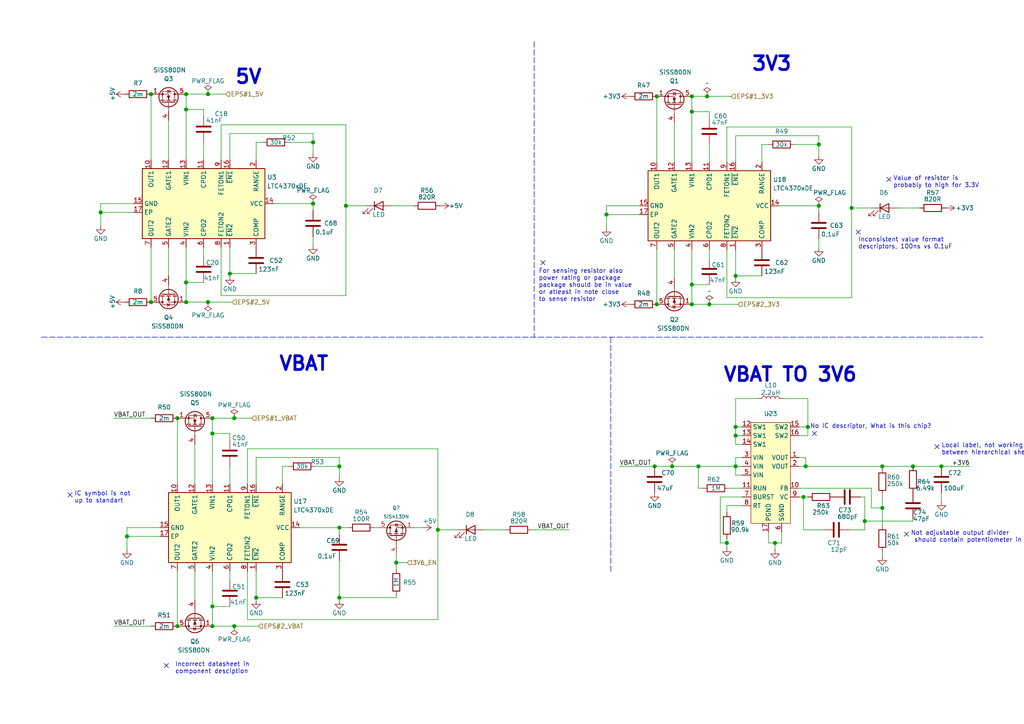
<source format=kicad_sch>
(kicad_sch (version 20210621) (generator eeschema)
  (paper "A4")
  (title_block (title "BUTCube - communication module") (date "2021-11-18") (rev "v0.2") (company "VUT - FIT(STRaDe) & FME(IAE & IPE)") (comment 1 "Author: Štěpán Rydlo"))
  (lib_symbols
    (symbol "Device:C" (pin_numbers hide) (pin_names (offset 0.254))
      (property "Reference" "C" (at 0.635 2.54 0))
      (property "Value" "C" (at 0.635 -2.54 0))
      (symbol "C_0_1"
        (polyline (pts (xy -2.032 -0.762) (xy 2.032 -0.762)) (stroke (width 0.508)))
        (polyline (pts (xy -2.032 0.762) (xy 2.032 0.762)) (stroke (width 0.508)))
      )
      (symbol "C_1_1"
        (pin passive line (at 0 3.81 270) (length 2.794) (name "~") (number "1"))
        (pin passive line (at 0 -3.81 90) (length 2.794) (name "~") (number "2"))
      )
    )
    (symbol "Device:L" (pin_numbers hide) (pin_names (offset 1.016) hide)
      (property "Reference" "L" (at -1.27 0 90))
      (property "Value" "L" (at 1.905 0 90))
      (symbol "L_0_1"
        (arc (start 0 -2.54) (end 0 -1.27) (radius (at 0 -1.905) (length 0.635) (angles -89.9 89.9)))
        (arc (start 0 -1.27) (end 0 0) (radius (at 0 -0.635) (length 0.635) (angles -89.9 89.9)))
        (arc (start 0 0) (end 0 1.27) (radius (at 0 0.635) (length 0.635) (angles -89.9 89.9)))
        (arc (start 0 1.27) (end 0 2.54) (radius (at 0 1.905) (length 0.635) (angles -89.9 89.9)))
      )
      (symbol "L_1_1"
        (pin passive line (at 0 3.81 270) (length 1.27) (name "1") (number "1"))
        (pin passive line (at 0 -3.81 90) (length 1.27) (name "2") (number "2"))
      )
    )
    (symbol "Device:LED" (pin_numbers hide) (pin_names (offset 1.016) hide)
      (property "Reference" "D" (at 0 2.54 0))
      (property "Value" "LED" (at 0 -2.54 0))
      (symbol "LED_0_1"
        (polyline (pts (xy -1.27 -1.27) (xy -1.27 1.27)) (stroke (width 0.254)))
        (polyline (pts (xy -1.27 0) (xy 1.27 0)))
        (polyline (pts (xy 1.27 -1.27) (xy 1.27 1.27) (xy -1.27 0) (xy 1.27 -1.27)) (stroke (width 0.254)))
        (polyline (pts (xy -3.048 -0.762) (xy -4.572 -2.286) (xy -3.81 -2.286) (xy -4.572 -2.286) (xy -4.572 -1.524)))
        (polyline (pts (xy -1.778 -0.762) (xy -3.302 -2.286) (xy -2.54 -2.286) (xy -3.302 -2.286) (xy -3.302 -1.524)))
      )
      (symbol "LED_1_1"
        (pin passive line (at -3.81 0 0) (length 2.54) (name "K") (number "1"))
        (pin passive line (at 3.81 0 180) (length 2.54) (name "A") (number "2"))
      )
    )
    (symbol "Device:R" (pin_numbers hide) (pin_names (offset 0))
      (property "Reference" "R" (at 2.032 0 90))
      (property "Value" "R" (at 0 0 90))
      (symbol "R_0_1"
        (rectangle (start -1.016 -2.54) (end 1.016 2.54) (stroke (width 0.254)))
      )
      (symbol "R_1_1"
        (pin passive line (at 0 3.81 270) (length 1.27) (name "~") (number "1"))
        (pin passive line (at 0 -3.81 90) (length 1.27) (name "~") (number "2"))
      )
    )
    (symbol "Power_Management:LTC4370xDE"
      (property "Reference" "U" (at -8.89 19.05 0))
      (property "Value" "LTC4370xDE" (at 7.62 19.05 0))
      (symbol "LTC4370xDE_0_1"
        (rectangle (start -10.16 17.78) (end 10.16 -17.78) (stroke (width 0.254)) (fill (type background)))
      )
      (symbol "LTC4370xDE_1_1"
        (pin input line (at 12.7 7.62 180) (length 2.54) (name "~{EN2}") (number "1"))
        (pin input line (at -12.7 -15.24 0) (length 2.54) (name "OUT1") (number "10"))
        (pin passive line (at -12.7 0 0) (length 2.54) (name "CPO1") (number "11"))
        (pin output line (at -12.7 -10.16 0) (length 2.54) (name "GATE1") (number "12"))
        (pin power_in line (at -12.7 -5.08 0) (length 2.54) (name "VIN1") (number "13"))
        (pin power_in line (at 0 20.32 270) (length 2.54) (name "VCC") (number "14"))
        (pin power_in line (at 0 -20.32 90) (length 2.54) (name "GND") (number "15"))
        (pin input line (at -12.7 7.62 0) (length 2.54) (name "~{EN1}") (number "16"))
        (pin passive line (at 2.54 -20.32 90) (length 2.54) (name "EP") (number "17"))
        (pin passive line (at -12.7 15.24 0) (length 2.54) (name "RANGE") (number "2"))
        (pin passive line (at 12.7 15.24 180) (length 2.54) (name "COMP") (number "3"))
        (pin power_in line (at 12.7 -5.08 180) (length 2.54) (name "VIN2") (number "4"))
        (pin output line (at 12.7 -10.16 180) (length 2.54) (name "GATE2") (number "5"))
        (pin passive line (at 12.7 0 180) (length 2.54) (name "CPO2") (number "6"))
        (pin input line (at 12.7 -15.24 180) (length 2.54) (name "OUT2") (number "7"))
        (pin open_collector line (at 12.7 5.08 180) (length 2.54) (name "FETON2") (number "8"))
        (pin open_collector line (at -12.7 5.08 0) (length 2.54) (name "FETON1") (number "9"))
      )
    )
    (symbol "TCY_transistors:SiS413DN" (pin_names hide)
      (property "Reference" "Q" (at 8.89 2.54 0))
      (property "Value" "SiS413DN" (at 8.89 0 0))
      (symbol "SiS413DN_0_1"
        (circle (center -0.889 0) (radius 2.794) (stroke (width 0.254)))
        (circle (center 0 -1.778) (radius 0.254) (fill (type outline)))
        (circle (center 0 1.778) (radius 0.254) (fill (type outline)))
        (polyline (pts (xy -2.286 0) (xy -5.08 0)))
        (polyline (pts (xy -2.286 1.905) (xy -2.286 -1.905)) (stroke (width 0.254)))
        (polyline (pts (xy -1.778 -1.27) (xy -1.778 -2.286)) (stroke (width 0.254)))
        (polyline (pts (xy -1.778 0.508) (xy -1.778 -0.508)) (stroke (width 0.254)))
        (polyline (pts (xy -1.778 2.286) (xy -1.778 1.27)) (stroke (width 0.254)))
        (polyline (pts (xy 0 2.54) (xy 0 1.778)))
        (polyline (pts (xy 0 -2.54) (xy 0 0) (xy -1.778 0)))
        (polyline (pts (xy -1.778 1.778) (xy 0.762 1.778) (xy 0.762 -1.778) (xy -1.778 -1.778)))
        (polyline (pts (xy 0.254 -0.508) (xy 0.381 -0.381) (xy 1.143 -0.381) (xy 1.27 -0.254)))
        (polyline (pts (xy 0.762 -0.381) (xy 0.381 0.254) (xy 1.143 0.254) (xy 0.762 -0.381)))
        (polyline (pts (xy -0.254 0) (xy -1.27 0.381) (xy -1.27 -0.381) (xy -0.254 0)) (fill (type outline)))
      )
      (symbol "SiS413DN_1_1"
        (pin passive line (at 0 -5.08 90) (length 2.54) (name "S") (number "1"))
        (pin passive line (at 0 -5.08 90) (length 2.54) hide (name "S") (number "2"))
        (pin passive line (at 0 -5.08 90) (length 2.54) hide (name "S") (number "3"))
        (pin passive line (at -7.62 0 0) (length 2.54) (name "G") (number "4"))
        (pin passive line (at 0 5.08 270) (length 2.54) (name "D") (number "5"))
      )
    )
    (symbol "Transistor_FET:SiS454DN" (pin_names hide)
      (property "Reference" "Q" (at 5.08 1.905 0))
      (property "Value" "SiS454DN" (at 5.08 0 0))
      (symbol "SiS454DN_0_1"
        (circle (center 1.651 0) (radius 2.794) (stroke (width 0.254)))
        (circle (center 2.54 -1.778) (radius 0.254) (fill (type outline)))
        (circle (center 2.54 1.778) (radius 0.254) (fill (type outline)))
        (polyline (pts (xy 0.254 0) (xy -2.54 0)))
        (polyline (pts (xy 0.254 1.905) (xy 0.254 -1.905)) (stroke (width 0.254)))
        (polyline (pts (xy 0.762 -1.27) (xy 0.762 -2.286)) (stroke (width 0.254)))
        (polyline (pts (xy 0.762 0.508) (xy 0.762 -0.508)) (stroke (width 0.254)))
        (polyline (pts (xy 0.762 2.286) (xy 0.762 1.27)) (stroke (width 0.254)))
        (polyline (pts (xy 2.54 2.54) (xy 2.54 1.778)))
        (polyline (pts (xy 2.54 -2.54) (xy 2.54 0) (xy 0.762 0)))
        (polyline (pts (xy 0.762 -1.778) (xy 3.302 -1.778) (xy 3.302 1.778) (xy 0.762 1.778)))
        (polyline (pts (xy 2.794 0.508) (xy 2.921 0.381) (xy 3.683 0.381) (xy 3.81 0.254)))
        (polyline (pts (xy 3.302 0.381) (xy 2.921 -0.254) (xy 3.683 -0.254) (xy 3.302 0.381)))
        (polyline (pts (xy 1.016 0) (xy 2.032 0.381) (xy 2.032 -0.381) (xy 1.016 0)) (fill (type outline)))
      )
      (symbol "SiS454DN_1_1"
        (pin passive line (at 2.54 -5.08 90) (length 2.54) (name "S") (number "1"))
        (pin passive line (at 2.54 -5.08 90) (length 2.54) hide (name "S") (number "2"))
        (pin passive line (at 2.54 -5.08 90) (length 2.54) hide (name "S") (number "3"))
        (pin input line (at -5.08 0 0) (length 2.54) (name "G") (number "4"))
        (pin passive line (at 2.54 5.08 270) (length 2.54) (name "D") (number "5"))
      )
    )
    (symbol "comm:LTC3113"
      (property "Reference" "U" (at 0 17.78 0))
      (property "Value" "LTC3113" (at 0 15.24 0))
      (symbol "LTC3113_0_1"
        (rectangle (start 6.35 -16.51) (end -5.08 12.7) (stroke (width 0.1524)) (fill (type background)))
      )
      (symbol "LTC3113_1_1"
        (pin power_out line (at 8.89 2.54 180) (length 2.54) (name "VOUT") (number "1"))
        (pin input line (at 8.89 -6.35 180) (length 2.54) (name "FB") (number "10"))
        (pin input line (at -7.62 -6.35 0) (length 2.54) (name "RUN") (number "11"))
        (pin input line (at -7.62 11.43 0) (length 2.54) (name "SW1") (number "12"))
        (pin input line (at -7.62 8.89 0) (length 2.54) (name "SW1") (number "13"))
        (pin input line (at -7.62 6.35 0) (length 2.54) (name "SW1") (number "14"))
        (pin input line (at 8.89 11.43 180) (length 2.54) (name "SW2") (number "15"))
        (pin input line (at 8.89 8.89 180) (length 2.54) (name "SW2") (number "16"))
        (pin power_out line (at 0 -19.05 90) (length 2.54) (name "PGND") (number "17"))
        (pin power_out line (at 8.89 0 180) (length 2.54) (name "VOUT") (number "2"))
        (pin power_in line (at -7.62 2.54 0) (length 2.54) (name "VIN") (number "3"))
        (pin power_in line (at -7.62 0 0) (length 2.54) (name "VIN") (number "4"))
        (pin power_in line (at -7.62 -2.54 0) (length 2.54) (name "VIN") (number "5"))
        (pin power_out line (at 3.81 -19.05 90) (length 2.54) (name "SGND") (number "6"))
        (pin input line (at -7.62 -8.89 0) (length 2.54) (name "BURST") (number "7"))
        (pin input line (at -7.62 -11.43 0) (length 2.54) (name "RT") (number "8"))
        (pin input line (at 8.89 -8.89 180) (length 2.54) (name "VC") (number "9"))
      )
    )
    (symbol "power:+3V3" (power) (pin_names (offset 0))
      (property "Value" "+3V3" (at 0 3.556 0))
      (symbol "+3V3_0_1"
        (polyline (pts (xy -0.762 1.27) (xy 0 2.54)))
        (polyline (pts (xy 0 0) (xy 0 2.54)))
        (polyline (pts (xy 0 2.54) (xy 0.762 1.27)))
      )
      (symbol "+3V3_1_1"
        (pin power_in line (at 0 0 90) (length 0) hide (name "+3V3") (number "1"))
      )
    )
    (symbol "power:+5V" (power) (pin_names (offset 0))
      (property "Value" "+5V" (at 0 3.556 0))
      (symbol "+5V_0_1"
        (polyline (pts (xy -0.762 1.27) (xy 0 2.54)))
        (polyline (pts (xy 0 0) (xy 0 2.54)))
        (polyline (pts (xy 0 2.54) (xy 0.762 1.27)))
      )
      (symbol "+5V_1_1"
        (pin power_in line (at 0 0 90) (length 0) hide (name "+5V") (number "1"))
      )
    )
    (symbol "power:GND" (power) (pin_names (offset 0))
      (property "Value" "GND" (at 0 -3.81 0))
      (symbol "GND_0_1"
        (polyline (pts (xy 0 0) (xy 0 -1.27) (xy 1.27 -1.27) (xy 0 -2.54) (xy -1.27 -1.27) (xy 0 -1.27)))
      )
      (symbol "GND_1_1"
        (pin power_in line (at 0 0 270) (length 0) hide (name "GND") (number "1"))
      )
    )
    (symbol "power:PWR_FLAG" (power) (pin_numbers hide) (pin_names (offset 0) hide)
      (property "Value" "PWR_FLAG" (at 0 3.81 0))
      (symbol "PWR_FLAG_0_0"
        (pin power_out line (at 0 0 90) (length 0) (name "pwr") (number "1"))
      )
      (symbol "PWR_FLAG_0_1"
        (polyline (pts (xy 0 0) (xy 0 1.27) (xy -1.016 1.905) (xy 0 2.54) (xy 1.016 1.905) (xy 0 1.27)))
      )
    )
  )
  (junction (at 29.21 61.595) (diameter 1.016))
  (junction (at 36.83 155.575) (diameter 1.016))
  (junction (at 43.815 27.305) (diameter 1.016))
  (junction (at 43.815 87.63) (diameter 1.016))
  (junction (at 51.435 121.285) (diameter 1.016))
  (junction (at 51.435 181.61) (diameter 1.016))
  (junction (at 53.975 27.305) (diameter 1.016))
  (junction (at 53.975 31.75) (diameter 1.016))
  (junction (at 53.975 81.915) (diameter 1.016))
  (junction (at 53.975 87.63) (diameter 1.016))
  (junction (at 60.325 27.305) (diameter 1.016))
  (junction (at 60.325 87.63) (diameter 1.016))
  (junction (at 61.595 121.285) (diameter 1.016))
  (junction (at 61.595 125.73) (diameter 1.016))
  (junction (at 61.595 175.895) (diameter 1.016))
  (junction (at 61.595 181.61) (diameter 1.016))
  (junction (at 66.675 79.375) (diameter 1.016))
  (junction (at 67.945 121.285) (diameter 1.016))
  (junction (at 67.945 181.61) (diameter 1.016))
  (junction (at 74.295 173.355) (diameter 1.016))
  (junction (at 90.805 41.275) (diameter 1.016))
  (junction (at 90.805 59.055) (diameter 1.016))
  (junction (at 98.425 135.255) (diameter 1.016))
  (junction (at 98.425 153.035) (diameter 1.016))
  (junction (at 98.425 173.355) (diameter 1.016))
  (junction (at 100.33 59.69) (diameter 1.016))
  (junction (at 114.935 163.195) (diameter 1.016))
  (junction (at 127 153.67) (diameter 1.016))
  (junction (at 175.895 62.23) (diameter 1.016))
  (junction (at 189.865 135.255) (diameter 1.016))
  (junction (at 190.5 27.94) (diameter 1.016))
  (junction (at 190.5 88.265) (diameter 1.016))
  (junction (at 194.945 135.255) (diameter 1.016))
  (junction (at 200.66 27.94) (diameter 1.016))
  (junction (at 200.66 32.385) (diameter 1.016))
  (junction (at 200.66 82.55) (diameter 1.016))
  (junction (at 200.66 88.265) (diameter 1.016))
  (junction (at 202.565 135.255) (diameter 1.016))
  (junction (at 205.105 27.94) (diameter 1.016))
  (junction (at 205.74 88.265) (diameter 1.016))
  (junction (at 210.82 157.48) (diameter 1.016))
  (junction (at 213.36 80.01) (diameter 1.016))
  (junction (at 213.36 123.825) (diameter 1.016))
  (junction (at 213.36 126.365) (diameter 1.016))
  (junction (at 213.36 135.255) (diameter 1.016))
  (junction (at 224.79 157.48) (diameter 1.016))
  (junction (at 233.045 144.145) (diameter 1.016))
  (junction (at 233.68 135.255) (diameter 1.016))
  (junction (at 234.315 123.825) (diameter 1.016))
  (junction (at 237.49 41.91) (diameter 1.016))
  (junction (at 237.49 59.69) (diameter 1.016))
  (junction (at 247.015 60.325) (diameter 1.016))
  (junction (at 250.825 151.13) (diameter 1.016))
  (junction (at 255.905 135.255) (diameter 1.016))
  (junction (at 255.905 147.32) (diameter 1.016))
  (junction (at 264.795 135.255) (diameter 1.016))
  (junction (at 273.05 135.255) (diameter 1.016))
  (no_connect (at 20.32 143.51))
  (no_connect (at 48.26 193.04))
  (no_connect (at 157.48 76.2))
  (no_connect (at 236.22 125.73))
  (no_connect (at 248.92 67.31))
  (no_connect (at 257.81 52.07))
  (no_connect (at 262.89 154.94))
  (no_connect (at 271.78 129.54))
  (wire (pts (xy 29.21 59.055) (xy 29.21 61.595)))
  (wire (pts (xy 29.21 61.595) (xy 29.21 65.405)))
  (wire (pts (xy 33.02 121.285) (xy 43.815 121.285)))
  (wire (pts (xy 33.02 181.61) (xy 43.815 181.61)))
  (wire (pts (xy 36.83 153.035) (xy 36.83 155.575)))
  (wire (pts (xy 36.83 155.575) (xy 36.83 159.385)))
  (wire (pts (xy 38.735 59.055) (xy 29.21 59.055)))
  (wire (pts (xy 38.735 61.595) (xy 29.21 61.595)))
  (wire (pts (xy 43.815 27.305) (xy 43.815 46.355)))
  (wire (pts (xy 43.815 71.755) (xy 43.815 87.63)))
  (wire (pts (xy 46.355 153.035) (xy 36.83 153.035)))
  (wire (pts (xy 46.355 155.575) (xy 36.83 155.575)))
  (wire (pts (xy 48.895 34.925) (xy 48.895 46.355)))
  (wire (pts (xy 48.895 71.755) (xy 48.895 80.01)))
  (wire (pts (xy 51.435 121.285) (xy 51.435 140.335)))
  (wire (pts (xy 51.435 165.735) (xy 51.435 181.61)))
  (wire (pts (xy 53.975 27.305) (xy 53.975 31.75)))
  (wire (pts (xy 53.975 27.305) (xy 60.325 27.305)))
  (wire (pts (xy 53.975 31.75) (xy 53.975 46.355)))
  (wire (pts (xy 53.975 71.755) (xy 53.975 81.915)))
  (wire (pts (xy 53.975 81.915) (xy 53.975 87.63)))
  (wire (pts (xy 53.975 81.915) (xy 59.055 81.915)))
  (wire (pts (xy 53.975 87.63) (xy 60.325 87.63)))
  (wire (pts (xy 56.515 128.905) (xy 56.515 140.335)))
  (wire (pts (xy 56.515 165.735) (xy 56.515 173.99)))
  (wire (pts (xy 59.055 31.75) (xy 53.975 31.75)))
  (wire (pts (xy 59.055 33.655) (xy 59.055 31.75)))
  (wire (pts (xy 59.055 41.275) (xy 59.055 46.355)))
  (wire (pts (xy 59.055 71.755) (xy 59.055 74.295)))
  (wire (pts (xy 60.325 27.305) (xy 65.405 27.305)))
  (wire (pts (xy 60.325 87.63) (xy 67.31 87.63)))
  (wire (pts (xy 61.595 121.285) (xy 61.595 125.73)))
  (wire (pts (xy 61.595 121.285) (xy 67.945 121.285)))
  (wire (pts (xy 61.595 125.73) (xy 61.595 140.335)))
  (wire (pts (xy 61.595 165.735) (xy 61.595 175.895)))
  (wire (pts (xy 61.595 175.895) (xy 61.595 181.61)))
  (wire (pts (xy 61.595 175.895) (xy 66.675 175.895)))
  (wire (pts (xy 61.595 181.61) (xy 67.945 181.61)))
  (wire (pts (xy 64.135 36.195) (xy 64.135 46.355)))
  (wire (pts (xy 64.135 36.195) (xy 100.33 36.195)))
  (wire (pts (xy 64.135 71.755) (xy 64.135 85.725)))
  (wire (pts (xy 64.135 85.725) (xy 100.33 85.725)))
  (wire (pts (xy 66.675 38.735) (xy 66.675 46.355)))
  (wire (pts (xy 66.675 38.735) (xy 90.805 38.735)))
  (wire (pts (xy 66.675 71.755) (xy 66.675 79.375)))
  (wire (pts (xy 66.675 79.375) (xy 66.675 80.01)))
  (wire (pts (xy 66.675 125.73) (xy 61.595 125.73)))
  (wire (pts (xy 66.675 127.635) (xy 66.675 125.73)))
  (wire (pts (xy 66.675 135.255) (xy 66.675 140.335)))
  (wire (pts (xy 66.675 165.735) (xy 66.675 168.275)))
  (wire (pts (xy 67.945 121.285) (xy 73.025 121.285)))
  (wire (pts (xy 67.945 181.61) (xy 74.93 181.61)))
  (wire (pts (xy 71.755 130.175) (xy 71.755 140.335)))
  (wire (pts (xy 71.755 130.175) (xy 127 130.175)))
  (wire (pts (xy 71.755 165.735) (xy 71.755 179.705)))
  (wire (pts (xy 71.755 179.705) (xy 127 179.705)))
  (wire (pts (xy 74.295 41.275) (xy 76.2 41.275)))
  (wire (pts (xy 74.295 46.355) (xy 74.295 41.275)))
  (wire (pts (xy 74.295 79.375) (xy 66.675 79.375)))
  (wire (pts (xy 74.295 132.715) (xy 74.295 140.335)))
  (wire (pts (xy 74.295 132.715) (xy 98.425 132.715)))
  (wire (pts (xy 74.295 165.735) (xy 74.295 173.355)))
  (wire (pts (xy 74.295 173.355) (xy 74.295 173.99)))
  (wire (pts (xy 79.375 59.055) (xy 90.805 59.055)))
  (wire (pts (xy 81.915 135.255) (xy 83.82 135.255)))
  (wire (pts (xy 81.915 140.335) (xy 81.915 135.255)))
  (wire (pts (xy 81.915 173.355) (xy 74.295 173.355)))
  (wire (pts (xy 83.82 41.275) (xy 90.805 41.275)))
  (wire (pts (xy 86.995 153.035) (xy 98.425 153.035)))
  (wire (pts (xy 90.805 38.735) (xy 90.805 41.275)))
  (wire (pts (xy 90.805 41.275) (xy 90.805 44.45)))
  (wire (pts (xy 90.805 59.055) (xy 90.805 60.96)))
  (wire (pts (xy 90.805 68.58) (xy 90.805 71.12)))
  (wire (pts (xy 91.44 135.255) (xy 98.425 135.255)))
  (wire (pts (xy 98.425 132.715) (xy 98.425 135.255)))
  (wire (pts (xy 98.425 135.255) (xy 98.425 138.43)))
  (wire (pts (xy 98.425 153.035) (xy 98.425 154.94)))
  (wire (pts (xy 98.425 153.035) (xy 100.965 153.035)))
  (wire (pts (xy 98.425 162.56) (xy 98.425 173.355)))
  (wire (pts (xy 98.425 173.355) (xy 98.425 173.99)))
  (wire (pts (xy 98.425 173.355) (xy 114.935 173.355)))
  (wire (pts (xy 100.33 36.195) (xy 100.33 59.69)))
  (wire (pts (xy 100.33 59.69) (xy 100.33 85.725)))
  (wire (pts (xy 106.045 59.69) (xy 100.33 59.69)))
  (wire (pts (xy 108.585 153.035) (xy 109.855 153.035)))
  (wire (pts (xy 113.665 59.69) (xy 120.015 59.69)))
  (wire (pts (xy 114.935 160.655) (xy 114.935 163.195)))
  (wire (pts (xy 114.935 163.195) (xy 114.935 165.1)))
  (wire (pts (xy 114.935 163.195) (xy 118.11 163.195)))
  (wire (pts (xy 114.935 172.72) (xy 114.935 173.355)))
  (wire (pts (xy 120.015 153.035) (xy 122.555 153.035)))
  (wire (pts (xy 127 130.175) (xy 127 153.67)))
  (wire (pts (xy 127 179.705) (xy 127 153.67)))
  (wire (pts (xy 132.715 153.67) (xy 127 153.67)))
  (wire (pts (xy 140.335 153.67) (xy 146.685 153.67)))
  (wire (pts (xy 165.1 153.67) (xy 154.305 153.67)))
  (wire (pts (xy 175.895 59.69) (xy 175.895 62.23)))
  (wire (pts (xy 175.895 62.23) (xy 175.895 66.04)))
  (wire (pts (xy 179.705 135.255) (xy 189.865 135.255)))
  (wire (pts (xy 185.42 59.69) (xy 175.895 59.69)))
  (wire (pts (xy 185.42 62.23) (xy 175.895 62.23)))
  (wire (pts (xy 189.865 135.255) (xy 194.945 135.255)))
  (wire (pts (xy 190.5 27.94) (xy 190.5 46.99)))
  (wire (pts (xy 190.5 72.39) (xy 190.5 88.265)))
  (wire (pts (xy 194.945 135.255) (xy 202.565 135.255)))
  (wire (pts (xy 195.58 35.56) (xy 195.58 46.99)))
  (wire (pts (xy 195.58 72.39) (xy 195.58 80.645)))
  (wire (pts (xy 200.66 27.94) (xy 200.66 32.385)))
  (wire (pts (xy 200.66 27.94) (xy 205.105 27.94)))
  (wire (pts (xy 200.66 32.385) (xy 200.66 46.99)))
  (wire (pts (xy 200.66 72.39) (xy 200.66 82.55)))
  (wire (pts (xy 200.66 82.55) (xy 200.66 88.265)))
  (wire (pts (xy 200.66 82.55) (xy 205.74 82.55)))
  (wire (pts (xy 200.66 88.265) (xy 205.74 88.265)))
  (wire (pts (xy 202.565 135.255) (xy 202.565 141.605)))
  (wire (pts (xy 202.565 135.255) (xy 213.36 135.255)))
  (wire (pts (xy 203.835 141.605) (xy 202.565 141.605)))
  (wire (pts (xy 205.105 27.94) (xy 212.09 27.94)))
  (wire (pts (xy 205.74 32.385) (xy 200.66 32.385)))
  (wire (pts (xy 205.74 34.29) (xy 205.74 32.385)))
  (wire (pts (xy 205.74 41.91) (xy 205.74 46.99)))
  (wire (pts (xy 205.74 72.39) (xy 205.74 74.93)))
  (wire (pts (xy 205.74 88.265) (xy 213.995 88.265)))
  (wire (pts (xy 208.915 144.145) (xy 208.915 157.48)))
  (wire (pts (xy 208.915 157.48) (xy 210.82 157.48)))
  (wire (pts (xy 210.82 36.83) (xy 210.82 46.99)))
  (wire (pts (xy 210.82 36.83) (xy 247.015 36.83)))
  (wire (pts (xy 210.82 72.39) (xy 210.82 86.36)))
  (wire (pts (xy 210.82 86.36) (xy 247.015 86.36)))
  (wire (pts (xy 210.82 146.685) (xy 215.265 146.685)))
  (wire (pts (xy 210.82 148.59) (xy 210.82 146.685)))
  (wire (pts (xy 210.82 156.21) (xy 210.82 157.48)))
  (wire (pts (xy 210.82 157.48) (xy 210.82 158.75)))
  (wire (pts (xy 211.455 141.605) (xy 215.265 141.605)))
  (wire (pts (xy 213.36 39.37) (xy 213.36 46.99)))
  (wire (pts (xy 213.36 39.37) (xy 237.49 39.37)))
  (wire (pts (xy 213.36 72.39) (xy 213.36 80.01)))
  (wire (pts (xy 213.36 80.01) (xy 213.36 80.645)))
  (wire (pts (xy 213.36 115.57) (xy 219.71 115.57)))
  (wire (pts (xy 213.36 123.825) (xy 213.36 115.57)))
  (wire (pts (xy 213.36 123.825) (xy 213.36 126.365)))
  (wire (pts (xy 213.36 126.365) (xy 213.36 128.905)))
  (wire (pts (xy 213.36 126.365) (xy 215.265 126.365)))
  (wire (pts (xy 213.36 132.715) (xy 213.36 135.255)))
  (wire (pts (xy 213.36 135.255) (xy 215.265 135.255)))
  (wire (pts (xy 213.36 137.795) (xy 213.36 135.255)))
  (wire (pts (xy 215.265 123.825) (xy 213.36 123.825)))
  (wire (pts (xy 215.265 128.905) (xy 213.36 128.905)))
  (wire (pts (xy 215.265 132.715) (xy 213.36 132.715)))
  (wire (pts (xy 215.265 137.795) (xy 213.36 137.795)))
  (wire (pts (xy 215.265 144.145) (xy 208.915 144.145)))
  (wire (pts (xy 220.98 41.91) (xy 222.885 41.91)))
  (wire (pts (xy 220.98 46.99) (xy 220.98 41.91)))
  (wire (pts (xy 220.98 80.01) (xy 213.36 80.01)))
  (wire (pts (xy 222.885 154.305) (xy 222.885 157.48)))
  (wire (pts (xy 222.885 157.48) (xy 224.79 157.48)))
  (wire (pts (xy 224.79 157.48) (xy 224.79 159.385)))
  (wire (pts (xy 224.79 157.48) (xy 226.695 157.48)))
  (wire (pts (xy 226.06 59.69) (xy 237.49 59.69)))
  (wire (pts (xy 226.695 154.305) (xy 226.695 157.48)))
  (wire (pts (xy 230.505 41.91) (xy 237.49 41.91)))
  (wire (pts (xy 231.775 123.825) (xy 234.315 123.825)))
  (wire (pts (xy 231.775 126.365) (xy 234.315 126.365)))
  (wire (pts (xy 231.775 132.715) (xy 233.68 132.715)))
  (wire (pts (xy 231.775 135.255) (xy 233.68 135.255)))
  (wire (pts (xy 231.775 141.605) (xy 252.73 141.605)))
  (wire (pts (xy 231.775 144.145) (xy 233.045 144.145)))
  (wire (pts (xy 233.045 144.145) (xy 233.045 153.67)))
  (wire (pts (xy 233.045 144.145) (xy 234.315 144.145)))
  (wire (pts (xy 233.68 132.715) (xy 233.68 135.255)))
  (wire (pts (xy 233.68 135.255) (xy 255.905 135.255)))
  (wire (pts (xy 234.315 115.57) (xy 227.33 115.57)))
  (wire (pts (xy 234.315 123.825) (xy 234.315 115.57)))
  (wire (pts (xy 234.315 126.365) (xy 234.315 123.825)))
  (wire (pts (xy 237.49 39.37) (xy 237.49 41.91)))
  (wire (pts (xy 237.49 41.91) (xy 237.49 45.085)))
  (wire (pts (xy 237.49 59.69) (xy 237.49 61.595)))
  (wire (pts (xy 237.49 69.215) (xy 237.49 71.755)))
  (wire (pts (xy 238.76 153.67) (xy 233.045 153.67)))
  (wire (pts (xy 246.38 153.67) (xy 250.825 153.67)))
  (wire (pts (xy 247.015 36.83) (xy 247.015 60.325)))
  (wire (pts (xy 247.015 60.325) (xy 247.015 86.36)))
  (wire (pts (xy 249.555 144.145) (xy 250.825 144.145)))
  (wire (pts (xy 250.825 144.145) (xy 250.825 151.13)))
  (wire (pts (xy 250.825 151.13) (xy 250.825 153.67)))
  (wire (pts (xy 250.825 151.13) (xy 264.795 151.13)))
  (wire (pts (xy 252.73 60.325) (xy 247.015 60.325)))
  (wire (pts (xy 252.73 141.605) (xy 252.73 147.32)))
  (wire (pts (xy 252.73 147.32) (xy 255.905 147.32)))
  (wire (pts (xy 255.905 135.255) (xy 255.905 135.89)))
  (wire (pts (xy 255.905 135.255) (xy 264.795 135.255)))
  (wire (pts (xy 255.905 143.51) (xy 255.905 147.32)))
  (wire (pts (xy 255.905 147.32) (xy 255.905 152.4)))
  (wire (pts (xy 255.905 160.02) (xy 255.905 161.29)))
  (wire (pts (xy 260.35 60.325) (xy 266.7 60.325)))
  (wire (pts (xy 264.795 135.255) (xy 273.05 135.255)))
  (wire (pts (xy 264.795 151.13) (xy 264.795 150.495)))
  (wire (pts (xy 273.05 135.255) (xy 281.305 135.255)))
  (wire (pts (xy 273.05 142.875) (xy 273.05 145.415)))
  (polyline (pts (xy 12.065 97.79) (xy 285.115 97.79)) (stroke (width 0) (type dash)))
  (polyline (pts (xy 154.94 12.065) (xy 154.94 97.79)) (stroke (width 0) (type dash)))
  (polyline (pts (xy 177.165 97.79) (xy 177.165 165.735)) (stroke (width 0) (type dash)))
  (text "IC symbol is not\nup to standart" (at 21.59 146.05 0) (effects (font (size 1.27 1.27)) (justify left bottom)))
  (text "Incorrect datasheet in\ncomponent desciption" (at 50.8 195.58 0) (effects (font (size 1.27 1.27)) (justify left bottom)))
  (text "5V" (at 67.945 24.765 0) (effects (font (size 4 4) (thickness 0.8) bold) (justify left bottom)))
  (text "VBAT" (at 80.645 107.95 0) (effects (font (size 4 4) (thickness 0.8) bold) (justify left bottom)))
  (text "For sensing resistor also\npower rating or package\npackage should be in value\nor atleast in note close\nto sense resistor" (at 156.21 87.63 0) (effects (font (size 1.27 1.27)) (justify left bottom)))
  (text "VBAT TO 3V6" (at 209.55 111.125 0) (effects (font (size 4 4) (thickness 0.8) bold) (justify left bottom)))
  (text "3V3\n" (at 217.805 20.955 0) (effects (font (size 4 4) (thickness 0.8) bold) (justify left bottom)))
  (text "No IC descriptor, What is this chip?" (at 234.95 124.46 0) (effects (font (size 1.27 1.27)) (justify left bottom)))
  (text "Inconsistent value format\ndescriptors, 100ns vs 0.1uF" (at 248.92 72.39 0) (effects (font (size 1.27 1.27)) (justify left bottom)))
  (text "Value of resistor is\nprobably to high for 3.3V" (at 259.08 54.61 0) (effects (font (size 1.27 1.27)) (justify left bottom)))
  (text "Not adjustable output divider\n should contain potentiometer in series" (at 264.16 157.48 0) (effects (font (size 1.27 1.27)) (justify left bottom)))
  (text "Local label, not working\nbetween hierarchical sheet" (at 273.05 132.08 0) (effects (font (size 1.27 1.27)) (justify left bottom)))
  (label "VBAT_OUT" (at 33.02 121.285 0))
  (label "VBAT_OUT" (at 33.02 181.61 0))
  (label "VBAT_OUT" (at 165.1 153.67 180))
  (label "VBAT_OUT" (at 179.705 135.255 0))
  (label "+3V6" (at 281.305 135.255 180))
  (hierarchical_label "EPS#1_5V" (shape input) (at 65.405 27.305 0))
  (hierarchical_label "EPS#2_5V" (shape input) (at 67.31 87.63 0))
  (hierarchical_label "EPS#1_VBAT" (shape input) (at 73.025 121.285 0))
  (hierarchical_label "EPS#2_VBAT" (shape input) (at 74.93 181.61 0))
  (hierarchical_label "3V6_EN" (shape input) (at 118.11 163.195 0))
  (hierarchical_label "EPS#1_3V3" (shape input) (at 212.09 27.94 0))
  (hierarchical_label "EPS#2_3V3" (shape input) (at 213.995 88.265 0))
  (symbol (lib_id "power:+5V") (at 36.195 27.305 90) (unit 1)
    (property "Reference" "#PWR05" (effects hide))
    (property "Value" "+5V" (at 32.639 27.305 0))
  )
  (symbol (lib_id "power:+5V") (at 36.195 87.63 90) (unit 1)
    (property "Reference" "#PWR06" (effects hide))
    (property "Value" "+5V" (at 32.639 87.63 0))
  )
  (symbol (lib_id "power:+5V") (at 122.555 153.035 270) (unit 1)
    (property "Reference" "#PWR014" (effects hide))
    (property "Value" "+5V" (at 122.555 151.1299 90) (effects (justify left)))
  )
  (symbol (lib_id "power:+5V") (at 127.635 59.69 270) (unit 1)
    (property "Reference" "#PWR015" (effects hide))
    (property "Value" "+5V" (at 130.175 59.6899 90) (effects (justify left)))
  )
  (symbol (lib_id "power:+3V3") (at 182.88 27.94 90) (unit 1)
    (property "Reference" "#PWR0159" (effects hide))
    (property "Value" "+3V3" (at 177.419 27.94 90))
  )
  (symbol (lib_id "power:+3V3") (at 182.88 88.265 90) (unit 1)
    (property "Reference" "#PWR0160" (effects hide))
    (property "Value" "+3V3" (at 177.419 88.265 90))
  )
  (symbol (lib_id "power:+3V3") (at 274.32 60.325 270) (unit 1)
    (property "Reference" "#PWR0164" (effects hide))
    (property "Value" "+3V3" (at 279.781 60.325 90))
  )
  (symbol (lib_id "power:PWR_FLAG") (at 60.325 27.305 0) (unit 1)
    (property "Reference" "#FLG02" (effects hide))
    (property "Value" "PWR_FLAG" (at 60.325 23.495 0))
  )
  (symbol (lib_id "power:PWR_FLAG") (at 60.325 87.63 180) (unit 1)
    (property "Reference" "#FLG03" (effects hide))
    (property "Value" "PWR_FLAG" (at 60.325 91.44 0))
  )
  (symbol (lib_id "power:PWR_FLAG") (at 67.945 121.285 0) (unit 1)
    (property "Reference" "#FLG04" (effects hide))
    (property "Value" "PWR_FLAG" (at 67.945 117.475 0))
  )
  (symbol (lib_id "power:PWR_FLAG") (at 67.945 181.61 180) (unit 1)
    (property "Reference" "#FLG05" (effects hide))
    (property "Value" "PWR_FLAG" (at 67.945 185.42 0))
  )
  (symbol (lib_id "power:PWR_FLAG") (at 90.805 59.055 0) (unit 1)
    (property "Reference" "#FLG06" (effects hide))
    (property "Value" "PWR_FLAG" (at 90.805 55.245 0))
  )
  (symbol (lib_id "power:PWR_FLAG") (at 194.945 135.255 0) (unit 1)
    (property "Reference" "#FLG0104" (effects hide))
    (property "Value" "PWR_FLAG" (at 194.945 131.445 0))
  )
  (symbol (lib_id "power:PWR_FLAG") (at 205.105 27.94 0) (unit 1)
    (property "Reference" "#FLG0105" (effects hide))
    (property "Value" "~" (at 205.105 24.13 0))
  )
  (symbol (lib_id "power:PWR_FLAG") (at 205.74 88.265 0) (unit 1)
    (property "Reference" "#FLG0106" (effects hide))
    (property "Value" "~" (at 205.74 84.455 0))
  )
  (symbol (lib_id "power:PWR_FLAG") (at 237.49 59.69 0) (unit 1)
    (property "Reference" "#FLG0107" (effects hide))
    (property "Value" "PWR_FLAG" (at 240.665 55.88 0))
  )
  (symbol (lib_id "power:GND") (at 29.21 65.405 0) (unit 1)
    (property "Reference" "#PWR04" (effects hide))
    (property "Value" "GND" (at 29.21 69.215 0))
  )
  (symbol (lib_id "power:GND") (at 36.83 159.385 0) (unit 1)
    (property "Reference" "#PWR07" (effects hide))
    (property "Value" "GND" (at 36.83 163.195 0))
  )
  (symbol (lib_id "power:GND") (at 66.675 80.01 0) (unit 1)
    (property "Reference" "#PWR08" (effects hide))
    (property "Value" "GND" (at 66.675 83.82 0))
  )
  (symbol (lib_id "power:GND") (at 74.295 173.99 0) (unit 1)
    (property "Reference" "#PWR09" (effects hide))
    (property "Value" "GND" (at 74.295 177.8 0))
  )
  (symbol (lib_id "power:GND") (at 90.805 44.45 0) (unit 1)
    (property "Reference" "#PWR010" (effects hide))
    (property "Value" "GND" (at 90.805 48.26 0))
  )
  (symbol (lib_id "power:GND") (at 90.805 71.12 0) (unit 1)
    (property "Reference" "#PWR011" (effects hide))
    (property "Value" "GND" (at 90.805 74.93 0))
  )
  (symbol (lib_id "power:GND") (at 98.425 138.43 0) (unit 1)
    (property "Reference" "#PWR012" (effects hide))
    (property "Value" "GND" (at 98.425 142.24 0))
  )
  (symbol (lib_id "power:GND") (at 98.425 173.99 0) (unit 1)
    (property "Reference" "#PWR013" (effects hide))
    (property "Value" "GND" (at 98.425 177.8 0))
  )
  (symbol (lib_id "power:GND") (at 175.895 66.04 0) (unit 1)
    (property "Reference" "#PWR0140" (effects hide))
    (property "Value" "GND" (at 175.895 69.85 0))
  )
  (symbol (lib_id "power:GND") (at 189.865 142.875 0) (unit 1)
    (property "Reference" "#PWR016" (effects hide))
    (property "Value" "GND" (at 189.865 146.685 0))
  )
  (symbol (lib_id "power:GND") (at 210.82 158.75 0) (unit 1)
    (property "Reference" "#PWR017" (effects hide))
    (property "Value" "GND" (at 210.82 162.56 0))
  )
  (symbol (lib_id "power:GND") (at 213.36 80.645 0) (unit 1)
    (property "Reference" "#PWR0163" (effects hide))
    (property "Value" "GND" (at 213.36 84.455 0))
  )
  (symbol (lib_id "power:GND") (at 224.79 159.385 0) (unit 1)
    (property "Reference" "#PWR018" (effects hide))
    (property "Value" "GND" (at 224.79 163.195 0))
  )
  (symbol (lib_id "power:GND") (at 237.49 45.085 0) (unit 1)
    (property "Reference" "#PWR0162" (effects hide))
    (property "Value" "GND" (at 237.49 48.895 0))
  )
  (symbol (lib_id "power:GND") (at 237.49 71.755 0) (unit 1)
    (property "Reference" "#PWR0161" (effects hide))
    (property "Value" "GND" (at 237.49 75.565 0))
  )
  (symbol (lib_id "power:GND") (at 255.905 161.29 0) (unit 1)
    (property "Reference" "#PWR019" (effects hide))
    (property "Value" "GND" (at 255.905 165.1 0))
  )
  (symbol (lib_id "power:GND") (at 273.05 145.415 0) (unit 1)
    (property "Reference" "#PWR020" (effects hide))
    (property "Value" "GND" (at 273.05 149.225 0))
  )
  (symbol (lib_id "Device:L") (at 223.52 115.57 90) (unit 1)
    (property "Reference" "L10" (at 223.52 111.7304 90))
    (property "Value" "2.2uH" (at 223.52 113.8705 90))
    (property "Footprint" "Inductor_SMD:L_0603_1608Metric" (effects hide))
  )
  (symbol (lib_id "Device:R") (at 40.005 27.305 90) (unit 1)
    (property "Reference" "R7" (at 40.005 24.13 90))
    (property "Value" "2m" (at 40.005 27.305 90))
    (property "Footprint" "Resistor_SMD:R_0603_1608Metric" (effects hide))
  )
  (symbol (lib_id "Device:R") (at 40.005 87.63 90) (unit 1)
    (property "Reference" "R8" (at 40.005 84.455 90))
    (property "Value" "2m" (at 40.005 87.63 90))
    (property "Footprint" "Resistor_SMD:R_0603_1608Metric" (effects hide))
  )
  (symbol (lib_id "Device:R") (at 47.625 121.285 90) (unit 1)
    (property "Reference" "R50" (at 47.625 118.11 90))
    (property "Value" "2m" (at 47.625 121.285 90))
    (property "Footprint" "Resistor_SMD:R_0603_1608Metric" (effects hide))
  )
  (symbol (lib_id "Device:R") (at 47.625 181.61 90) (unit 1)
    (property "Reference" "R51" (at 47.625 178.435 90))
    (property "Value" "2m" (at 47.625 181.61 90))
    (property "Footprint" "Resistor_SMD:R_0603_1608Metric" (effects hide))
  )
  (symbol (lib_id "Device:R") (at 80.01 41.275 270) (unit 1)
    (property "Reference" "R52" (at 83.82 40.005 90))
    (property "Value" "30k" (at 80.01 41.275 90))
    (property "Footprint" "Resistor_SMD:R_0603_1608Metric" (effects hide))
  )
  (symbol (lib_id "Device:R") (at 87.63 135.255 270) (unit 1)
    (property "Reference" "R53" (at 92.075 133.985 90))
    (property "Value" "30k" (at 87.63 135.255 90))
    (property "Footprint" "Resistor_SMD:R_0603_1608Metric" (effects hide))
  )
  (symbol (lib_id "Device:R") (at 104.775 153.035 90) (unit 1)
    (property "Reference" "R54" (at 104.775 148.59 90))
    (property "Value" "100R" (at 104.775 150.495 90))
    (property "Footprint" "Inductor_SMD:L_0603_1608Metric" (effects hide))
  )
  (symbol (lib_id "Device:R") (at 114.935 168.91 0) (unit 1)
    (property "Reference" "R55" (at 116.84 168.9099 0) (effects (justify left)))
    (property "Value" "1M" (at 114.935 168.91 90))
    (property "Footprint" "Inductor_SMD:L_0603_1608Metric" (effects hide))
  )
  (symbol (lib_id "Device:R") (at 123.825 59.69 90) (unit 1)
    (property "Reference" "R56" (at 123.825 55.245 90))
    (property "Value" "820R" (at 123.825 57.15 90))
    (property "Footprint" "Inductor_SMD:L_0603_1608Metric" (effects hide))
  )
  (symbol (lib_id "Device:R") (at 150.495 153.67 90) (unit 1)
    (property "Reference" "R58" (at 150.495 149.225 90))
    (property "Value" "820R" (at 150.495 151.13 90))
    (property "Footprint" "Inductor_SMD:L_0603_1608Metric" (effects hide))
  )
  (symbol (lib_id "Device:R") (at 186.69 27.94 90) (unit 1)
    (property "Reference" "R47" (at 186.69 24.765 90))
    (property "Value" "2m" (at 186.69 27.94 90))
    (property "Footprint" "Resistor_SMD:R_0603_1608Metric" (effects hide))
  )
  (symbol (lib_id "Device:R") (at 186.69 88.265 90) (unit 1)
    (property "Reference" "R48" (at 186.69 85.09 90))
    (property "Value" "2m" (at 186.69 88.265 90))
    (property "Footprint" "Resistor_SMD:R_0603_1608Metric" (effects hide))
  )
  (symbol (lib_id "Device:R") (at 207.645 141.605 90) (unit 1)
    (property "Reference" "R62" (at 208.9149 139.065 90) (effects (justify left)))
    (property "Value" "1M" (at 207.645 141.605 90))
    (property "Footprint" "Inductor_SMD:L_0603_1608Metric" (effects hide))
  )
  (symbol (lib_id "Device:R") (at 210.82 152.4 0) (unit 1)
    (property "Reference" "R59" (at 212.09 151.7649 0) (effects (justify left)))
    (property "Value" "90.9k" (at 214.63 153.67 0))
    (property "Footprint" "Inductor_SMD:L_0603_1608Metric" (effects hide))
  )
  (symbol (lib_id "Device:R") (at 226.695 41.91 270) (unit 1)
    (property "Reference" "R49" (at 226.695 38.1 90))
    (property "Value" "30k" (at 226.695 41.91 90))
    (property "Footprint" "Resistor_SMD:R_0603_1608Metric" (effects hide))
  )
  (symbol (lib_id "Device:R") (at 238.125 144.145 270) (unit 1)
    (property "Reference" "R63" (at 236.855 146.6851 90) (effects (justify left)))
    (property "Value" "250k" (at 235.585 148.5901 90) (effects (justify left)))
    (property "Footprint" "Inductor_SMD:L_0603_1608Metric" (effects hide))
  )
  (symbol (lib_id "Device:R") (at 255.905 139.7 0) (unit 1)
    (property "Reference" "R60" (at 257.175 138.4299 0) (effects (justify left)))
    (property "Value" "250k" (at 257.175 140.3349 0) (effects (justify left)))
    (property "Footprint" "Inductor_SMD:L_0603_1608Metric" (effects hide))
  )
  (symbol (lib_id "Device:R") (at 255.905 156.21 0) (unit 1)
    (property "Reference" "R61" (at 257.175 155.5749 0) (effects (justify left)))
    (property "Value" "50k" (at 259.08 157.48 0))
    (property "Footprint" "Inductor_SMD:L_0603_1608Metric" (effects hide))
  )
  (symbol (lib_id "Device:R") (at 264.795 139.065 180) (unit 1)
    (property "Reference" "R64" (at 269.8749 139.7 0) (effects (justify left)))
    (property "Value" "6.49k" (at 271.1449 141.605 0) (effects (justify left)))
    (property "Footprint" "Inductor_SMD:L_0603_1608Metric" (effects hide))
  )
  (symbol (lib_id "Device:R") (at 270.51 60.325 90) (unit 1)
    (property "Reference" "R57" (at 270.51 55.88 90))
    (property "Value" "820R" (at 270.51 57.785 90))
    (property "Footprint" "Inductor_SMD:L_0603_1608Metric" (effects hide))
  )
  (symbol (lib_id "Device:LED") (at 109.855 59.69 0) (unit 1)
    (property "Reference" "D7" (at 109.6645 55.245 0))
    (property "Value" "LED" (at 109.855 62.23 0))
    (property "Footprint" "LED_SMD:LED_0603_1608Metric" (effects hide))
  )
  (symbol (lib_id "Device:LED") (at 136.525 153.67 0) (unit 1)
    (property "Reference" "D8" (at 136.3345 149.225 0))
    (property "Value" "LED" (at 136.525 156.21 0))
    (property "Footprint" "LED_SMD:LED_0603_1608Metric" (effects hide))
  )
  (symbol (lib_id "Device:LED") (at 256.54 60.325 0) (unit 1)
    (property "Reference" "D6" (at 256.3495 55.88 0))
    (property "Value" "LED" (at 256.54 62.865 0))
    (property "Footprint" "LED_SMD:LED_0603_1608Metric" (effects hide))
  )
  (symbol (lib_id "Device:C") (at 59.055 37.465 0) (unit 1)
    (property "Reference" "C18" (at 62.23 33.0199 0) (effects (justify left)))
    (property "Value" "41nF" (at 59.69 34.925 0) (effects (justify left)))
    (property "Footprint" "Capacitor_SMD:C_0603_1608Metric" (effects hide))
  )
  (symbol (lib_id "Device:C") (at 59.055 78.105 0) (unit 1)
    (property "Reference" "C20" (at 59.69 76.1999 0) (effects (justify left)))
    (property "Value" "41nF" (at 59.055 80.645 0) (effects (justify left)))
    (property "Footprint" "Capacitor_SMD:C_0603_1608Metric" (effects hide))
  )
  (symbol (lib_id "Device:C") (at 66.675 131.445 0) (unit 1)
    (property "Reference" "C50" (at 67.31 126.9999 0) (effects (justify left)))
    (property "Value" "41nF" (at 67.31 128.905 0) (effects (justify left)))
    (property "Footprint" "Capacitor_SMD:C_0603_1608Metric" (effects hide))
  )
  (symbol (lib_id "Device:C") (at 66.675 172.085 0) (unit 1)
    (property "Reference" "C51" (at 67.31 170.1799 0) (effects (justify left)))
    (property "Value" "41nF" (at 66.675 174.625 0) (effects (justify left)))
    (property "Footprint" "Capacitor_SMD:C_0603_1608Metric" (effects hide))
  )
  (symbol (lib_id "Device:C") (at 74.295 75.565 0) (unit 1)
    (property "Reference" "C52" (at 78.105 75.5649 0) (effects (justify left)))
    (property "Value" "123nF" (at 74.93 78.105 0) (effects (justify left)))
    (property "Footprint" "Capacitor_SMD:C_0603_1608Metric" (effects hide))
  )
  (symbol (lib_id "Device:C") (at 81.915 169.545 0) (unit 1)
    (property "Reference" "C53" (at 85.725 169.5449 0) (effects (justify left)))
    (property "Value" "123nF" (at 82.55 172.085 0) (effects (justify left)))
    (property "Footprint" "Capacitor_SMD:C_0603_1608Metric" (effects hide))
  )
  (symbol (lib_id "Device:C") (at 90.805 64.77 0) (unit 1)
    (property "Reference" "C68" (at 93.98 64.7699 0) (effects (justify left)))
    (property "Value" "0,1uF" (at 91.44 67.31 0) (effects (justify left)))
    (property "Footprint" "Capacitor_SMD:C_0603_1608Metric" (effects hide))
  )
  (symbol (lib_id "Device:C") (at 98.425 158.75 0) (unit 1)
    (property "Reference" "C69" (at 94.615 156.8449 0) (effects (justify left)))
    (property "Value" "0,1uF" (at 92.075 161.29 0) (effects (justify left)))
    (property "Footprint" "Capacitor_SMD:C_0603_1608Metric" (effects hide))
  )
  (symbol (lib_id "Device:C") (at 189.865 139.065 0) (unit 1)
    (property "Reference" "C70" (at 191.77 137.1599 0) (effects (justify left)))
    (property "Value" "47uF" (at 190.5 141.605 0) (effects (justify left)))
    (property "Footprint" "Capacitor_SMD:C_0603_1608Metric" (effects hide))
  )
  (symbol (lib_id "Device:C") (at 205.74 38.1 0) (unit 1)
    (property "Reference" "C60" (at 207.01 33.6549 0) (effects (justify left)))
    (property "Value" "47nF" (at 206.375 35.56 0) (effects (justify left)))
    (property "Footprint" "Capacitor_SMD:C_0603_1608Metric" (effects hide))
  )
  (symbol (lib_id "Device:C") (at 205.74 78.74 0) (unit 1)
    (property "Reference" "C61" (at 206.375 76.8349 0) (effects (justify left)))
    (property "Value" "47nF" (at 205.74 81.28 0) (effects (justify left)))
    (property "Footprint" "Capacitor_SMD:C_0603_1608Metric" (effects hide))
  )
  (symbol (lib_id "Device:C") (at 220.98 76.2 0) (unit 1)
    (property "Reference" "C62" (at 224.79 76.1999 0) (effects (justify left)))
    (property "Value" "123nF" (at 221.615 78.74 0) (effects (justify left)))
    (property "Footprint" "Capacitor_SMD:C_0603_1608Metric" (effects hide))
  )
  (symbol (lib_id "Device:C") (at 237.49 65.405 0) (unit 1)
    (property "Reference" "C63" (at 240.665 65.4049 0) (effects (justify left)))
    (property "Value" "0,1uF" (at 238.125 67.945 0) (effects (justify left)))
    (property "Footprint" "Capacitor_SMD:C_0603_1608Metric" (effects hide))
  )
  (symbol (lib_id "Device:C") (at 242.57 153.67 90) (unit 1)
    (property "Reference" "C71" (at 243.8399 157.48 90) (effects (justify left)))
    (property "Value" "12pF" (at 245.745 159.385 90) (effects (justify left)))
    (property "Footprint" "Capacitor_SMD:C_0603_1608Metric" (effects hide))
  )
  (symbol (lib_id "Device:C") (at 245.745 144.145 90) (unit 1)
    (property "Reference" "C73" (at 247.0149 147.955 90) (effects (justify left)))
    (property "Value" "680pF" (at 248.92 149.86 90) (effects (justify left)))
    (property "Footprint" "Capacitor_SMD:C_0603_1608Metric" (effects hide))
  )
  (symbol (lib_id "Device:C") (at 264.795 146.685 0) (unit 1)
    (property "Reference" "C74" (at 264.795 148.5899 0) (effects (justify left)))
    (property "Value" "47pF" (at 264.795 150.495 0) (effects (justify left)))
    (property "Footprint" "Capacitor_SMD:C_0603_1608Metric" (effects hide))
  )
  (symbol (lib_id "Device:C") (at 273.05 139.065 0) (unit 1)
    (property "Reference" "C72" (at 274.955 137.1599 0) (effects (justify left)))
    (property "Value" "100uF" (at 273.685 141.605 0) (effects (justify left)))
    (property "Footprint" "Capacitor_SMD:C_0603_1608Metric" (effects hide))
  )
  (symbol (lib_id "Transistor_FET:SiS454DN") (at 48.895 29.845 270) (mirror x) (unit 1)
    (property "Reference" "Q3" (at 48.895 22.86 90))
    (property "Value" "SiSS80DN" (at 44.45 20.32 90) (effects (justify left)))
    (property "Footprint" "Package_SO:Vishay_PowerPAK_1212-8_Single" (effects hide))
    (property "Datasheet" "https://www.vishay.com/docs/66707/sis454dn.pdf" (effects hide))
  )
  (symbol (lib_id "Transistor_FET:SiS454DN") (at 48.895 85.09 90) (mirror x) (unit 1)
    (property "Reference" "Q4" (at 48.895 92.075 90))
    (property "Value" "SiSS80DN" (at 53.34 94.615 90) (effects (justify left)))
    (property "Footprint" "Package_SO:Vishay_PowerPAK_1212-8_Single" (effects hide))
    (property "Datasheet" "https://www.vishay.com/docs/66707/sis454dn.pdf" (effects hide))
  )
  (symbol (lib_id "Transistor_FET:SiS454DN") (at 56.515 123.825 270) (mirror x) (unit 1)
    (property "Reference" "Q5" (at 56.515 116.84 90))
    (property "Value" "SiSS80DN" (at 52.07 114.3 90) (effects (justify left)))
    (property "Footprint" "Package_SO:Vishay_PowerPAK_1212-8_Single" (effects hide))
    (property "Datasheet" "https://www.vishay.com/docs/66707/sis454dn.pdf" (effects hide))
  )
  (symbol (lib_id "Transistor_FET:SiS454DN") (at 56.515 179.07 90) (mirror x) (unit 1)
    (property "Reference" "Q6" (at 56.515 186.055 90))
    (property "Value" "SiSS80DN" (at 60.96 188.595 90) (effects (justify left)))
    (property "Footprint" "Package_SO:Vishay_PowerPAK_1212-8_Single" (effects hide))
    (property "Datasheet" "https://www.vishay.com/docs/66707/sis454dn.pdf" (effects hide))
  )
  (symbol (lib_id "TCY_transistors:SiS413DN") (at 114.935 153.035 90) (unit 1)
    (property "Reference" "Q7" (at 114.935 147.32 90) (effects (font (size 1 1))))
    (property "Value" "SiS413DN" (at 114.935 149.86 90) (effects (font (size 1 1))))
    (property "Footprint" "Package_SO:Vishay_PowerPAK_1212-8_Single" (effects hide))
    (property "Datasheet" "https://www.vishay.com/docs/63262/sis413dn.pdf" (effects hide))
  )
  (symbol (lib_id "Transistor_FET:SiS454DN") (at 195.58 30.48 270) (mirror x) (unit 1)
    (property "Reference" "Q1" (at 195.58 23.495 90))
    (property "Value" "SiSS80DN" (at 191.135 20.955 90) (effects (justify left)))
    (property "Footprint" "Package_SO:Vishay_PowerPAK_1212-8_Single" (effects hide))
    (property "Datasheet" "https://www.vishay.com/docs/66707/sis454dn.pdf" (effects hide))
  )
  (symbol (lib_id "Transistor_FET:SiS454DN") (at 195.58 85.725 90) (mirror x) (unit 1)
    (property "Reference" "Q2" (at 195.58 92.71 90))
    (property "Value" "SiSS80DN" (at 200.025 95.25 90) (effects (justify left)))
    (property "Footprint" "Package_SO:Vishay_PowerPAK_1212-8_Single" (effects hide))
    (property "Datasheet" "https://www.vishay.com/docs/66707/sis454dn.pdf" (effects hide))
  )
  (symbol (lib_id "comm:LTC3113") (at 222.885 135.255 0) (unit 1)
    (property "Reference" "U23" (at 223.52 120.015 0))
    (property "Value" "~" (at 222.885 120.015 0))
    (property "Footprint" "Package_DFN_QFN:DFN-16-1EP_4x5mm_P0.5mm_EP2.44x4.34mm" (effects hide))
  )
  (symbol (lib_id "Power_Management:LTC4370xDE") (at 59.055 59.055 270) (unit 1)
    (property "Reference" "U3" (at 77.47 51.4349 90) (effects (justify left)))
    (property "Value" "LTC4370xDE" (at 77.47 53.9749 90) (effects (justify left)))
    (property "Footprint" "Package_DFN_QFN:DFN-16-1EP_3x4mm_P0.45mm_EP1.7x3.3mm" (effects hide))
    (property "Datasheet" "https://www.analog.com/media/en/technical-documentation/data-sheets/4370f.pdf" (effects hide))
  )
  (symbol (lib_id "Power_Management:LTC4370xDE") (at 66.675 153.035 270) (unit 1)
    (property "Reference" "U17" (at 85.09 145.4149 90) (effects (justify left)))
    (property "Value" "LTC4370xDE" (at 85.09 147.9549 90) (effects (justify left)))
    (property "Footprint" "Package_DFN_QFN:DFN-16-1EP_3x4mm_P0.45mm_EP1.7x3.3mm" (effects hide))
    (property "Datasheet" "https://www.analog.com/media/en/technical-documentation/data-sheets/4370f.pdf" (effects hide))
  )
  (symbol (lib_id "Power_Management:LTC4370xDE") (at 205.74 59.69 270) (unit 1)
    (property "Reference" "U18" (at 224.155 52.0699 90) (effects (justify left)))
    (property "Value" "LTC4370xDE" (at 224.155 54.6099 90) (effects (justify left)))
    (property "Footprint" "Package_DFN_QFN:DFN-16-1EP_3x4mm_P0.45mm_EP1.7x3.3mm" (effects hide))
    (property "Datasheet" "https://www.analog.com/media/en/technical-documentation/data-sheets/4370f.pdf" (effects hide))
  )
)
</source>
